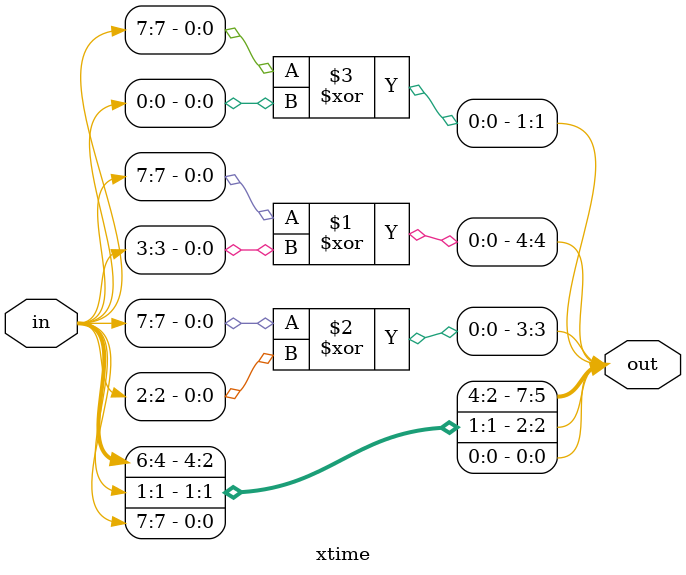
<source format=sv>
module xtime(in,out);
        input [7:0]in;
        output [7:0]out;

        assign out[7]=in[6];
	assign out[6]=in[5];
	assign out[5]=in[4];
	assign out[4]=in[7]^in[3];
	assign out[3]=in[7]^in[2];
	assign out[2]=in[1];
	assign out[1]=in[7]^in[0];
	assign out[0]=in[7];
endmodule

</source>
